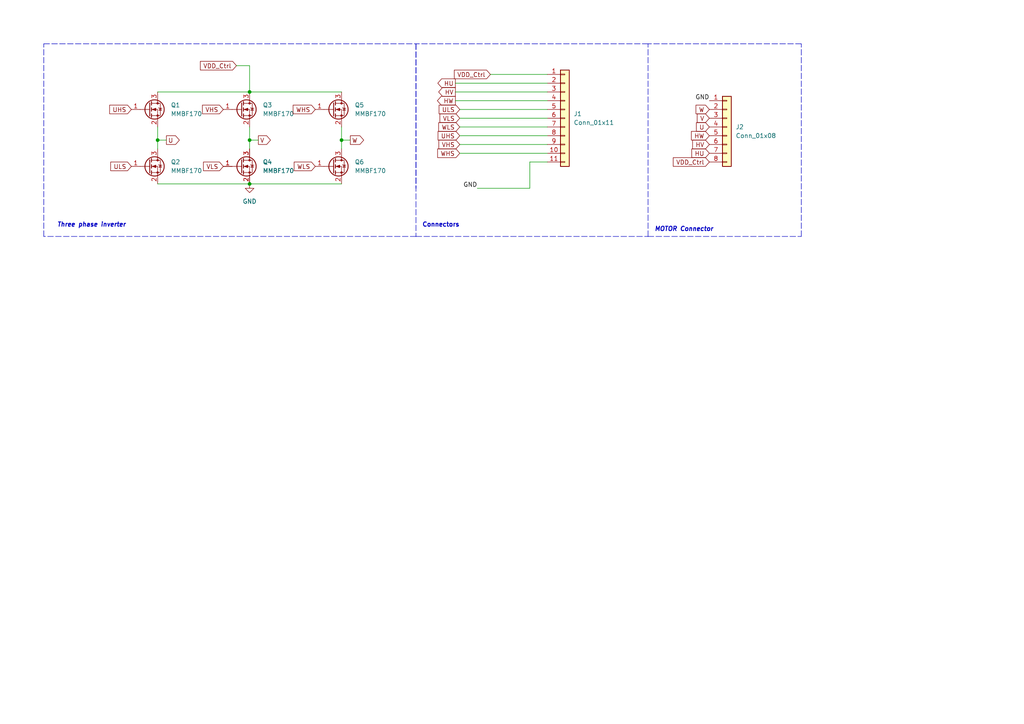
<source format=kicad_sch>
(kicad_sch (version 20211123) (generator eeschema)
  (paper "A4")
  (lib_symbols
    (symbol "Connector_Generic:Conn_01x08" (pin_names (offset 1.016) hide)
      (property "Reference" "J" (at 0 10.16 0))
      (property "Value" "Conn_01x08" (at 0 -12.7 0))
      (symbol "Conn_01x08_1_1"
        (rectangle (start -1.27 -10.033) (end 0 -10.287) (stroke (width 0.1524)))
        (rectangle (start -1.27 -7.493) (end 0 -7.747) (stroke (width 0.1524)))
        (rectangle (start -1.27 -4.953) (end 0 -5.207) (stroke (width 0.1524)))
        (rectangle (start -1.27 -2.413) (end 0 -2.667) (stroke (width 0.1524)))
        (rectangle (start -1.27 0.127) (end 0 -0.127) (stroke (width 0.1524)))
        (rectangle (start -1.27 2.667) (end 0 2.413) (stroke (width 0.1524)))
        (rectangle (start -1.27 5.207) (end 0 4.953) (stroke (width 0.1524)))
        (rectangle (start -1.27 7.747) (end 0 7.493) (stroke (width 0.1524)))
        (rectangle (start -1.27 8.89) (end 1.27 -11.43) (stroke (width 0.254)) (fill (type background)))
        (pin passive line (at -5.08 7.62 0) (length 3.81) (name "Pin_1") (number "1"))
        (pin passive line (at -5.08 5.08 0) (length 3.81) (name "Pin_2") (number "2"))
        (pin passive line (at -5.08 2.54 0) (length 3.81) (name "Pin_3") (number "3"))
        (pin passive line (at -5.08 0 0) (length 3.81) (name "Pin_4") (number "4"))
        (pin passive line (at -5.08 -2.54 0) (length 3.81) (name "Pin_5") (number "5"))
        (pin passive line (at -5.08 -5.08 0) (length 3.81) (name "Pin_6") (number "6"))
        (pin passive line (at -5.08 -7.62 0) (length 3.81) (name "Pin_7") (number "7"))
        (pin passive line (at -5.08 -10.16 0) (length 3.81) (name "Pin_8") (number "8"))
      )
    )
    (symbol "Connector_Generic:Conn_01x11" (pin_names (offset 1.016) hide)
      (property "Reference" "J" (at 0 15.24 0))
      (property "Value" "Conn_01x11" (at 0 -15.24 0))
      (symbol "Conn_01x11_1_1"
        (rectangle (start -1.27 -12.573) (end 0 -12.827) (stroke (width 0.1524)))
        (rectangle (start -1.27 -10.033) (end 0 -10.287) (stroke (width 0.1524)))
        (rectangle (start -1.27 -7.493) (end 0 -7.747) (stroke (width 0.1524)))
        (rectangle (start -1.27 -4.953) (end 0 -5.207) (stroke (width 0.1524)))
        (rectangle (start -1.27 -2.413) (end 0 -2.667) (stroke (width 0.1524)))
        (rectangle (start -1.27 0.127) (end 0 -0.127) (stroke (width 0.1524)))
        (rectangle (start -1.27 2.667) (end 0 2.413) (stroke (width 0.1524)))
        (rectangle (start -1.27 5.207) (end 0 4.953) (stroke (width 0.1524)))
        (rectangle (start -1.27 7.747) (end 0 7.493) (stroke (width 0.1524)))
        (rectangle (start -1.27 10.287) (end 0 10.033) (stroke (width 0.1524)))
        (rectangle (start -1.27 12.827) (end 0 12.573) (stroke (width 0.1524)))
        (rectangle (start -1.27 13.97) (end 1.27 -13.97) (stroke (width 0.254)) (fill (type background)))
        (pin passive line (at -5.08 12.7 0) (length 3.81) (name "Pin_1") (number "1"))
        (pin passive line (at -5.08 -10.16 0) (length 3.81) (name "Pin_10") (number "10"))
        (pin passive line (at -5.08 -12.7 0) (length 3.81) (name "Pin_11") (number "11"))
        (pin passive line (at -5.08 10.16 0) (length 3.81) (name "Pin_2") (number "2"))
        (pin passive line (at -5.08 7.62 0) (length 3.81) (name "Pin_3") (number "3"))
        (pin passive line (at -5.08 5.08 0) (length 3.81) (name "Pin_4") (number "4"))
        (pin passive line (at -5.08 2.54 0) (length 3.81) (name "Pin_5") (number "5"))
        (pin passive line (at -5.08 0 0) (length 3.81) (name "Pin_6") (number "6"))
        (pin passive line (at -5.08 -2.54 0) (length 3.81) (name "Pin_7") (number "7"))
        (pin passive line (at -5.08 -5.08 0) (length 3.81) (name "Pin_8") (number "8"))
        (pin passive line (at -5.08 -7.62 0) (length 3.81) (name "Pin_9") (number "9"))
      )
    )
    (symbol "Transistor_FET:MMBF170" (pin_names hide)
      (property "Reference" "Q" (at 5.08 1.905 0))
      (property "Value" "MMBF170" (at 5.08 0 0))
      (symbol "MMBF170_0_1"
        (polyline (pts (xy 0.254 0) (xy -2.54 0)))
        (polyline (pts (xy 0.254 1.905) (xy 0.254 -1.905)) (stroke (width 0.254)))
        (polyline (pts (xy 0.762 -1.27) (xy 0.762 -2.286)) (stroke (width 0.254)))
        (polyline (pts (xy 0.762 0.508) (xy 0.762 -0.508)) (stroke (width 0.254)))
        (polyline (pts (xy 0.762 2.286) (xy 0.762 1.27)) (stroke (width 0.254)))
        (polyline (pts (xy 2.54 2.54) (xy 2.54 1.778)))
        (polyline (pts (xy 2.54 -2.54) (xy 2.54 0) (xy 0.762 0)))
        (polyline (pts (xy 0.762 -1.778) (xy 3.302 -1.778) (xy 3.302 1.778) (xy 0.762 1.778)))
        (polyline (pts (xy 1.016 0) (xy 2.032 0.381) (xy 2.032 -0.381) (xy 1.016 0)) (fill (type outline)))
        (polyline (pts (xy 2.794 0.508) (xy 2.921 0.381) (xy 3.683 0.381) (xy 3.81 0.254)))
        (polyline (pts (xy 3.302 0.381) (xy 2.921 -0.254) (xy 3.683 -0.254) (xy 3.302 0.381)))
        (circle (center 1.651 0) (radius 2.794) (stroke (width 0.254)))
        (circle (center 2.54 -1.778) (radius 0.254) (fill (type outline)))
        (circle (center 2.54 1.778) (radius 0.254) (fill (type outline)))
      )
      (symbol "MMBF170_1_1"
        (pin input line (at -5.08 0 0) (length 2.54) (name "G") (number "1"))
        (pin passive line (at 2.54 -5.08 90) (length 2.54) (name "S") (number "2"))
        (pin passive line (at 2.54 5.08 270) (length 2.54) (name "D") (number "3"))
      )
    )
    (symbol "power:GND" (power) (pin_names (offset 0))
      (property "Value" "GND" (at 0 -3.81 0))
      (symbol "GND_0_1"
        (polyline (pts (xy 0 0) (xy 0 -1.27) (xy 1.27 -1.27) (xy 0 -2.54) (xy -1.27 -1.27) (xy 0 -1.27)))
      )
      (symbol "GND_1_1"
        (pin power_in line (at 0 0 270) (length 0) hide (name "GND") (number "1"))
      )
    )
  )
  (junction (at 72.39 26.67))
  (junction (at 72.39 40.64))
  (junction (at 45.72 40.64))
  (junction (at 72.39 53.34))
  (junction (at 99.06 40.64))
  (polyline (pts (xy 232.41 12.7) (xy 187.96 12.7)))
  (polyline (pts (xy 12.7 68.58) (xy 12.7 12.7)))
  (wire (pts (xy 153.67 54.61) (xy 153.67 46.99)))
  (wire (pts (xy 133.35 31.75) (xy 158.75 31.75)))
  (polyline (pts (xy 120.65 12.7) (xy 120.65 68.58)))
  (polyline (pts (xy 120.65 68.58) (xy 187.96 68.58)))
  (wire (pts (xy 133.35 41.91) (xy 158.75 41.91)))
  (wire (pts (xy 99.06 40.64) (xy 99.06 43.18)))
  (polyline (pts (xy 187.96 68.58) (xy 187.96 12.7)))
  (wire (pts (xy 72.39 40.64) (xy 72.39 43.18)))
  (wire (pts (xy 72.39 26.67) (xy 99.06 26.67)))
  (wire (pts (xy 138.43 54.61) (xy 153.67 54.61)))
  (wire (pts (xy 133.35 44.45) (xy 158.75 44.45)))
  (wire (pts (xy 133.35 36.83) (xy 158.75 36.83)))
  (wire (pts (xy 132.08 29.21) (xy 158.75 29.21)))
  (wire (pts (xy 142.24 21.59) (xy 158.75 21.59)))
  (wire (pts (xy 45.72 53.34) (xy 72.39 53.34)))
  (wire (pts (xy 45.72 40.64) (xy 45.72 43.18)))
  (wire (pts (xy 72.39 36.83) (xy 72.39 40.64)))
  (wire (pts (xy 133.35 39.37) (xy 158.75 39.37)))
  (wire (pts (xy 45.72 36.83) (xy 45.72 40.64)))
  (polyline (pts (xy 120.65 12.7) (xy 120.65 54.61)))
  (wire (pts (xy 132.08 24.13) (xy 158.75 24.13)))
  (polyline (pts (xy 232.41 68.58) (xy 232.41 12.7)))
  (polyline (pts (xy 12.7 12.7) (xy 120.65 12.7)))
  (wire (pts (xy 68.58 19.05) (xy 72.39 19.05)))
  (wire (pts (xy 72.39 53.34) (xy 99.06 53.34)))
  (polyline (pts (xy 187.96 12.7) (xy 120.65 12.7)))
  (wire (pts (xy 132.08 26.67) (xy 158.75 26.67)))
  (wire (pts (xy 72.39 40.64) (xy 74.93 40.64)))
  (wire (pts (xy 45.72 40.64) (xy 48.26 40.64)))
  (wire (pts (xy 99.06 36.83) (xy 99.06 40.64)))
  (polyline (pts (xy 187.96 68.58) (xy 232.41 68.58)))
  (wire (pts (xy 153.67 46.99) (xy 158.75 46.99)))
  (wire (pts (xy 99.06 40.64) (xy 101.6 40.64)))
  (wire (pts (xy 133.35 34.29) (xy 158.75 34.29)))
  (wire (pts (xy 45.72 26.67) (xy 72.39 26.67)))
  (wire (pts (xy 72.39 19.05) (xy 72.39 26.67)))
  (polyline (pts (xy 120.65 68.58) (xy 12.7 68.58)))
  (text "Three phase inverter" (at 16.51 66.04 0) (effects (font (size 1.27 1.27) (thickness 0.254) bold italic) (justify left bottom)))
  (text "MOTOR Connector\n" (at 207.01 67.31 180) (effects (font (size 1.27 1.27) bold italic) (justify right bottom)))
  (text "Connectors" (at 133.35 66.04 180) (effects (font (size 1.27 1.27) (thickness 0.254) bold) (justify right bottom)))
  (label "GND" (at 205.74 29.21 180))
  (label "GND" (at 138.43 54.61 180))
  (global_label "VLS" (shape input) (at 64.77 48.26 180) (property "Intersheet References" "${INTERSHEET_REFS}" (effects hide)))
  (global_label "HU" (shape output) (at 132.08 24.13 180) (property "Intersheet References" "${INTERSHEET_REFS}" (effects hide)))
  (global_label "V" (shape input) (at 205.74 34.29 180) (property "Intersheet References" "${INTERSHEET_REFS}" (effects hide)))
  (global_label "WHS" (shape input) (at 91.44 31.75 180) (property "Intersheet References" "${INTERSHEET_REFS}" (effects hide)))
  (global_label "HU" (shape input) (at 205.74 44.45 180) (property "Intersheet References" "${INTERSHEET_REFS}" (effects hide)))
  (global_label "HV" (shape output) (at 132.08 26.67 180) (property "Intersheet References" "${INTERSHEET_REFS}" (effects hide)))
  (global_label "ULS" (shape input) (at 38.1 48.26 180) (property "Intersheet References" "${INTERSHEET_REFS}" (effects hide)))
  (global_label "VDD_Ctrl" (shape input) (at 142.24 21.59 180) (property "Intersheet References" "${INTERSHEET_REFS}" (effects hide)))
  (global_label "U" (shape input) (at 205.74 36.83 180) (property "Intersheet References" "${INTERSHEET_REFS}" (effects hide)))
  (global_label "ULS" (shape input) (at 133.35 31.75 180) (property "Intersheet References" "${INTERSHEET_REFS}" (effects hide)))
  (global_label "VDD_Ctrl" (shape input) (at 205.74 46.99 180) (property "Intersheet References" "${INTERSHEET_REFS}" (effects hide)))
  (global_label "VDD_Ctrl" (shape input) (at 68.58 19.05 180) (property "Intersheet References" "${INTERSHEET_REFS}" (effects hide)))
  (global_label "WLS" (shape input) (at 133.35 36.83 180) (property "Intersheet References" "${INTERSHEET_REFS}" (effects hide)))
  (global_label "W" (shape output) (at 101.6 40.64 0) (property "Intersheet References" "${INTERSHEET_REFS}" (effects hide)))
  (global_label "WLS" (shape input) (at 91.44 48.26 180) (property "Intersheet References" "${INTERSHEET_REFS}" (effects hide)))
  (global_label "U" (shape output) (at 48.26 40.64 0) (property "Intersheet References" "${INTERSHEET_REFS}" (effects hide)))
  (global_label "W" (shape input) (at 205.74 31.75 180) (property "Intersheet References" "${INTERSHEET_REFS}" (effects hide)))
  (global_label "UHS" (shape input) (at 38.1 31.75 180) (property "Intersheet References" "${INTERSHEET_REFS}" (effects hide)))
  (global_label "VHS" (shape input) (at 133.35 41.91 180) (property "Intersheet References" "${INTERSHEET_REFS}" (effects hide)))
  (global_label "HV" (shape input) (at 205.74 41.91 180) (property "Intersheet References" "${INTERSHEET_REFS}" (effects hide)))
  (global_label "HW" (shape input) (at 205.74 39.37 180) (property "Intersheet References" "${INTERSHEET_REFS}" (effects hide)))
  (global_label "VLS" (shape input) (at 133.35 34.29 180) (property "Intersheet References" "${INTERSHEET_REFS}" (effects hide)))
  (global_label "VHS" (shape input) (at 64.77 31.75 180) (property "Intersheet References" "${INTERSHEET_REFS}" (effects hide)))
  (global_label "HW" (shape output) (at 132.08 29.21 180) (property "Intersheet References" "${INTERSHEET_REFS}" (effects hide)))
  (global_label "WHS" (shape input) (at 133.35 44.45 180) (property "Intersheet References" "${INTERSHEET_REFS}" (effects hide)))
  (global_label "UHS" (shape input) (at 133.35 39.37 180) (property "Intersheet References" "${INTERSHEET_REFS}" (effects hide)))
  (global_label "V" (shape output) (at 74.93 40.64 0) (property "Intersheet References" "${INTERSHEET_REFS}" (effects hide)))
  (symbol (lib_id "Transistor_FET:MMBF170") (at 43.18 48.26 0) (unit 1)
    (property "Reference" "Q2" (at 49.53 46.9899 0) (effects (justify left)))
    (property "Value" "MMBF170" (at 49.53 49.5299 0) (effects (justify left)))
    (property "Footprint" "Package_TO_SOT_SMD:SOT-23" (effects hide))
    (property "Datasheet" "https://www.diodes.com/assets/Datasheets/ds30104.pdf" (effects hide))
  )
  (symbol (lib_id "Transistor_FET:MMBF170") (at 69.85 48.26 0) (unit 1)
    (property "Reference" "Q4" (at 76.2 46.9899 0) (effects (justify left)))
    (property "Value" "MMBF170" (at 76.2 49.5299 0) (effects (justify left)))
    (property "Footprint" "Package_TO_SOT_SMD:SOT-23" (effects hide))
    (property "Datasheet" "https://www.diodes.com/assets/Datasheets/ds30104.pdf" (effects hide))
  )
  (symbol (lib_id "Connector_Generic:Conn_01x11") (at 163.83 34.29 0) (unit 1)
    (property "Reference" "J1" (at 166.37 33.0199 0) (effects (justify left)))
    (property "Value" "Conn_01x11" (at 166.37 35.5599 0) (effects (justify left)))
    (property "Footprint" "Connector_PinHeader_2.54mm:PinHeader_1x11_P2.54mm_Vertical" (effects hide))
  )
  (symbol (lib_id "Transistor_FET:MMBF170") (at 96.52 48.26 0) (unit 1)
    (property "Reference" "Q6" (at 102.87 46.9899 0) (effects (justify left)))
    (property "Value" "MMBF170" (at 102.87 49.5299 0) (effects (justify left)))
    (property "Footprint" "Package_TO_SOT_SMD:SOT-23" (effects hide))
    (property "Datasheet" "https://www.diodes.com/assets/Datasheets/ds30104.pdf" (effects hide))
  )
  (symbol (lib_id "Connector_Generic:Conn_01x08") (at 210.82 36.83 0) (unit 1)
    (property "Reference" "J2" (at 213.36 36.8299 0) (effects (justify left)))
    (property "Value" "Conn_01x08" (at 213.36 39.3699 0) (effects (justify left)))
    (property "Footprint" "Connector_PinHeader_1.00mm:PinHeader_1x08_P1.00mm_Horizontal" (effects hide))
  )
  (symbol (lib_id "Transistor_FET:MMBF170") (at 69.85 31.75 0) (unit 1)
    (property "Reference" "Q3" (at 76.2 30.4799 0) (effects (justify left)))
    (property "Value" "MMBF170" (at 76.2 33.0199 0) (effects (justify left)))
    (property "Footprint" "Package_TO_SOT_SMD:SOT-23" (effects hide))
    (property "Datasheet" "https://www.diodes.com/assets/Datasheets/ds30104.pdf" (effects hide))
  )
  (symbol (lib_id "power:GND") (at 72.39 53.34 0) (unit 1)
    (property "Reference" "#PWR0101" (effects hide))
    (property "Value" "GND" (at 72.39 58.42 0))
  )
  (symbol (lib_id "Transistor_FET:MMBF170") (at 96.52 31.75 0) (unit 1)
    (property "Reference" "Q5" (at 102.87 30.4799 0) (effects (justify left)))
    (property "Value" "MMBF170" (at 102.87 33.0199 0) (effects (justify left)))
    (property "Footprint" "Package_TO_SOT_SMD:SOT-23" (effects hide))
    (property "Datasheet" "https://www.diodes.com/assets/Datasheets/ds30104.pdf" (effects hide))
  )
  (symbol (lib_id "Transistor_FET:MMBF170") (at 43.18 31.75 0) (unit 1)
    (property "Reference" "Q1" (at 49.53 30.4799 0) (effects (justify left)))
    (property "Value" "MMBF170" (at 49.53 33.0199 0) (effects (justify left)))
    (property "Footprint" "Package_TO_SOT_SMD:SOT-23" (effects hide))
    (property "Datasheet" "https://www.diodes.com/assets/Datasheets/ds30104.pdf" (effects hide))
  )
)
</source>
